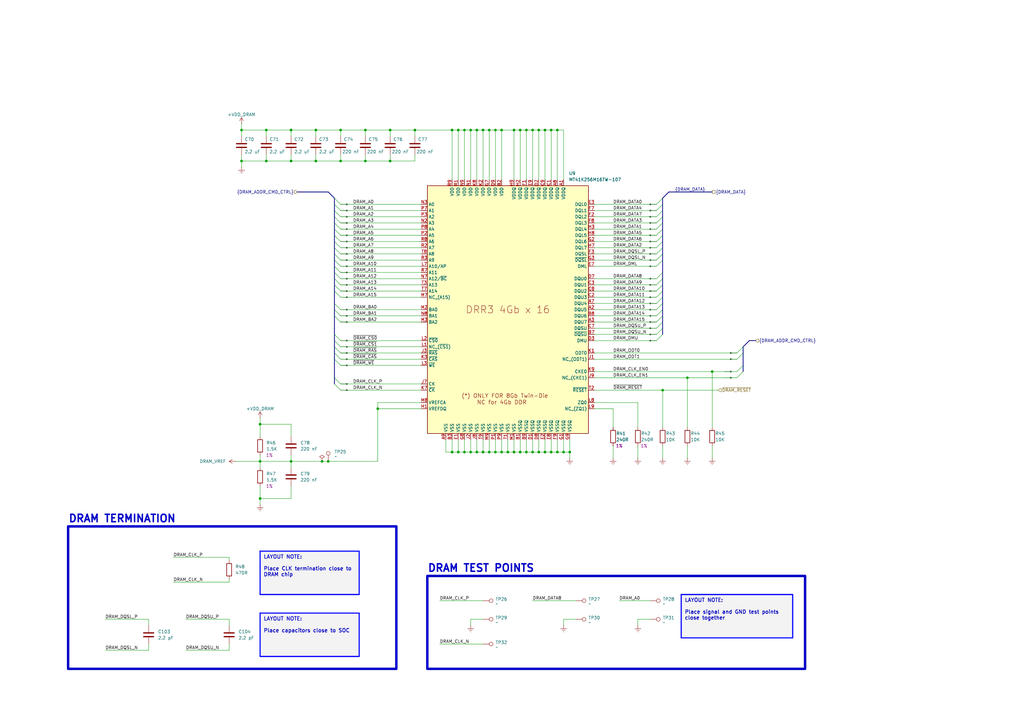
<source format=kicad_sch>
(kicad_sch (version 20250114) (generator "eeschema") (generator_version "9.0")
  (paper "A3")
  (title_block (title "i.MX6 Demo Board") (date "2026-02-16") (rev "01") (company "ts-manuel"))
  (rectangle (start 175.26 236.22) (end 330.2 274.32) (stroke (width 1)))
  (rectangle (start 27.94 215.9) (end 162.56 274.32) (stroke (width 1)))
  (text "DRAM TEST POINTS" (at 175.26 234.95 0) (effects (font (size 3.048 3.048) (bold yes)) (justify left bottom)))
  (text "DRAM TERMINATION" (at 27.94 214.63 0) (effects (font (size 3.048 3.048) (bold yes)) (justify left bottom)))
  (text_box "LAYOUT NOTE: \n\nPlace CLK termination close to DRAM chip" (at 106.68 226.06 0) (size 40.64 17.78) (margins 1.375 1.375 1.375 1.375) (stroke (width 0.5) (color 0 0 255 1)) (fill (type color) (color 243 243 243 1)) (effects (font (size 1.5 1.5) (thickness 0.254) (bold yes)) (justify left top)))
  (text_box "LAYOUT NOTE: \n\nPlace capacitors close to SOC" (at 106.68 251.46 0) (size 40.64 17.78) (margins 1.375 1.375 1.375 1.375) (stroke (width 0.5) (color 0 0 255 1)) (fill (type color) (color 243 243 243 1)) (effects (font (size 1.5 1.5) (thickness 0.254) (bold yes)) (justify left top)))
  (text_box "LAYOUT NOTE: \n\nPlace signal and GND test points close together" (at 279.4 243.84 0) (size 45.72 17.78) (margins 1.375 1.375 1.375 1.375) (stroke (width 0.5) (color 0 0 255 1)) (fill (type color) (color 243 243 243 1)) (effects (font (size 1.5 1.5) (thickness 0.254) (bold yes)) (justify left top)))
  (junction (at 271.78 160.02))
  (junction (at 228.6 53.34))
  (junction (at 129.54 66.04))
  (junction (at 139.7 53.34))
  (junction (at 190.5 185.42))
  (junction (at 210.82 185.42))
  (junction (at 119.38 53.34))
  (junction (at 292.1 152.4))
  (junction (at 185.42 185.42))
  (junction (at 134.62 189.23))
  (junction (at 160.02 53.34))
  (junction (at 193.04 185.42))
  (junction (at 205.74 185.42))
  (junction (at 198.12 53.34))
  (junction (at 200.66 53.34))
  (junction (at 213.36 53.34))
  (junction (at 106.68 189.23))
  (junction (at 203.2 53.34))
  (junction (at 160.02 66.04))
  (junction (at 226.06 53.34))
  (junction (at 213.36 185.42))
  (junction (at 226.06 185.42))
  (junction (at 187.96 53.34))
  (junction (at 109.22 66.04))
  (junction (at 139.7 66.04))
  (junction (at 223.52 185.42))
  (junction (at 220.98 185.42))
  (junction (at 185.42 53.34))
  (junction (at 205.74 53.34))
  (junction (at 198.12 185.42))
  (junction (at 99.06 53.34))
  (junction (at 281.94 154.94))
  (junction (at 106.68 173.99))
  (junction (at 187.96 185.42))
  (junction (at 210.82 53.34))
  (junction (at 233.68 185.42))
  (junction (at 203.2 185.42))
  (junction (at 218.44 53.34))
  (junction (at 215.9 185.42))
  (junction (at 129.54 53.34))
  (junction (at 193.04 53.34))
  (junction (at 170.18 53.34))
  (junction (at 109.22 53.34))
  (junction (at 99.06 66.04))
  (junction (at 228.6 185.42))
  (junction (at 195.58 185.42))
  (junction (at 190.5 53.34))
  (junction (at 231.14 185.42))
  (junction (at 154.94 167.64))
  (junction (at 119.38 66.04))
  (junction (at 223.52 53.34))
  (junction (at 220.98 53.34))
  (junction (at 215.9 53.34))
  (junction (at 200.66 185.42))
  (junction (at 218.44 185.42))
  (junction (at 132.08 189.23))
  (junction (at 119.38 189.23))
  (junction (at 195.58 53.34))
  (junction (at 106.68 204.47))
  (junction (at 208.28 185.42))
  (junction (at 149.86 53.34))
  (junction (at 149.86 66.04))
  (bus_entry (at 271.78 99.06) (size -2.54 2.54))
  (bus_entry (at 137.16 142.24) (size 2.54 2.54))
  (bus_entry (at 137.16 157.48) (size 2.54 2.54))
  (bus_entry (at 271.78 134.62) (size -2.54 2.54))
  (bus_entry (at 271.78 116.84) (size -2.54 2.54))
  (bus_entry (at 137.16 116.84) (size 2.54 2.54))
  (bus_entry (at 271.78 83.82) (size -2.54 2.54))
  (bus_entry (at 137.16 93.98) (size 2.54 2.54))
  (bus_entry (at 271.78 111.76) (size -2.54 2.54))
  (bus_entry (at 271.78 86.36) (size -2.54 2.54))
  (bus_entry (at 137.16 129.54) (size 2.54 2.54))
  (bus_entry (at 302.26 152.4) (size 2.54 -2.54))
  (bus_entry (at 271.78 127) (size -2.54 2.54))
  (bus_entry (at 137.16 124.46) (size 2.54 2.54))
  (bus_entry (at 271.78 132.08) (size -2.54 2.54))
  (bus_entry (at 137.16 86.36) (size 2.54 2.54))
  (bus_entry (at 137.16 104.14) (size 2.54 2.54))
  (bus_entry (at 137.16 109.22) (size 2.54 2.54))
  (bus_entry (at 137.16 144.78) (size 2.54 2.54))
  (bus_entry (at 271.78 119.38) (size -2.54 2.54))
  (bus_entry (at 302.26 144.78) (size 2.54 -2.54))
  (bus_entry (at 271.78 137.16) (size -2.54 2.54))
  (bus_entry (at 137.16 88.9) (size 2.54 2.54))
  (bus_entry (at 271.78 124.46) (size -2.54 2.54))
  (bus_entry (at 137.16 154.94) (size 2.54 2.54))
  (bus_entry (at 271.78 96.52) (size -2.54 2.54))
  (bus_entry (at 271.78 101.6) (size -2.54 2.54))
  (bus_entry (at 271.78 121.92) (size -2.54 2.54))
  (bus_entry (at 137.16 83.82) (size 2.54 2.54))
  (bus_entry (at 137.16 91.44) (size 2.54 2.54))
  (bus_entry (at 137.16 106.68) (size 2.54 2.54))
  (bus_entry (at 271.78 88.9) (size -2.54 2.54))
  (bus_entry (at 137.16 96.52) (size 2.54 2.54))
  (bus_entry (at 271.78 81.28) (size -2.54 2.54))
  (bus_entry (at 271.78 129.54) (size -2.54 2.54))
  (bus_entry (at 137.16 139.7) (size 2.54 2.54))
  (bus_entry (at 137.16 137.16) (size 2.54 2.54))
  (bus_entry (at 271.78 106.68) (size -2.54 2.54))
  (bus_entry (at 137.16 81.28) (size 2.54 2.54))
  (bus_entry (at 137.16 147.32) (size 2.54 2.54))
  (bus_entry (at 137.16 114.3) (size 2.54 2.54))
  (bus_entry (at 137.16 101.6) (size 2.54 2.54))
  (bus_entry (at 137.16 99.06) (size 2.54 2.54))
  (bus_entry (at 302.26 147.32) (size 2.54 -2.54))
  (bus_entry (at 137.16 119.38) (size 2.54 2.54))
  (bus_entry (at 271.78 91.44) (size -2.54 2.54))
  (bus_entry (at 137.16 111.76) (size 2.54 2.54))
  (bus_entry (at 271.78 114.3) (size -2.54 2.54))
  (bus_entry (at 271.78 93.98) (size -2.54 2.54))
  (bus_entry (at 271.78 104.14) (size -2.54 2.54))
  (bus_entry (at 137.16 127) (size 2.54 2.54))
  (bus_entry (at 302.26 154.94) (size 2.54 -2.54))
  (wire (pts (xy 203.2 53.34) (xy 203.2 73.66)))
  (wire (pts (xy 243.84 93.98) (xy 269.24 93.98)))
  (wire (pts (xy 281.94 154.94) (xy 281.94 175.26)))
  (wire (pts (xy 139.7 53.34) (xy 139.7 55.88)))
  (wire (pts (xy 187.96 53.34) (xy 187.96 73.66)))
  (wire (pts (xy 231.14 185.42) (xy 228.6 185.42)))
  (wire (pts (xy 139.7 104.14) (xy 172.72 104.14)))
  (wire (pts (xy 243.84 165.1) (xy 261.62 165.1)))
  (wire (pts (xy 119.38 191.77) (xy 119.38 189.23)))
  (wire (pts (xy 271.78 160.02) (xy 294.64 160.02)))
  (wire (pts (xy 203.2 180.34) (xy 203.2 185.42)))
  (wire (pts (xy 119.38 53.34) (xy 129.54 53.34)))
  (wire (pts (xy 213.36 180.34) (xy 213.36 185.42)))
  (wire (pts (xy 139.7 53.34) (xy 149.86 53.34)))
  (wire (pts (xy 231.14 53.34) (xy 228.6 53.34)))
  (wire (pts (xy 243.84 147.32) (xy 302.26 147.32)))
  (bus (pts (xy 271.78 88.9) (xy 271.78 91.44)))
  (wire (pts (xy 218.44 180.34) (xy 218.44 185.42)))
  (wire (pts (xy 198.12 53.34) (xy 195.58 53.34)))
  (wire (pts (xy 106.68 173.99) (xy 106.68 179.07)))
  (wire (pts (xy 243.84 86.36) (xy 269.24 86.36)))
  (bus (pts (xy 137.16 147.32) (xy 137.16 154.94)))
  (wire (pts (xy 139.7 127) (xy 172.72 127)))
  (wire (pts (xy 139.7 129.54) (xy 172.72 129.54)))
  (bus (pts (xy 137.16 96.52) (xy 137.16 99.06)))
  (wire (pts (xy 261.62 187.96) (xy 261.62 182.88)))
  (wire (pts (xy 218.44 53.34) (xy 215.9 53.34)))
  (wire (pts (xy 210.82 53.34) (xy 210.82 73.66)))
  (wire (pts (xy 149.86 53.34) (xy 149.86 55.88)))
  (bus (pts (xy 271.78 129.54) (xy 271.78 132.08)))
  (wire (pts (xy 198.12 264.16) (xy 180.34 264.16)))
  (wire (pts (xy 220.98 180.34) (xy 220.98 185.42)))
  (wire (pts (xy 226.06 53.34) (xy 226.06 73.66)))
  (wire (pts (xy 139.7 101.6) (xy 172.72 101.6)))
  (wire (pts (xy 119.38 53.34) (xy 119.38 55.88)))
  (wire (pts (xy 149.86 53.34) (xy 160.02 53.34)))
  (wire (pts (xy 251.46 187.96) (xy 251.46 182.88)))
  (wire (pts (xy 200.66 53.34) (xy 200.66 73.66)))
  (wire (pts (xy 106.68 191.77) (xy 106.68 189.23)))
  (wire (pts (xy 119.38 199.39) (xy 119.38 204.47)))
  (wire (pts (xy 129.54 66.04) (xy 139.7 66.04)))
  (wire (pts (xy 43.18 254) (xy 60.96 254)))
  (bus (pts (xy 271.78 81.28) (xy 274.32 78.74)))
  (wire (pts (xy 160.02 53.34) (xy 170.18 53.34)))
  (wire (pts (xy 99.06 66.04) (xy 109.22 66.04)))
  (wire (pts (xy 76.2 254) (xy 93.98 254)))
  (wire (pts (xy 129.54 53.34) (xy 129.54 55.88)))
  (wire (pts (xy 243.84 134.62) (xy 269.24 134.62)))
  (wire (pts (xy 193.04 254) (xy 193.04 256.54)))
  (wire (pts (xy 200.66 185.42) (xy 198.12 185.42)))
  (wire (pts (xy 205.74 53.34) (xy 205.74 73.66)))
  (wire (pts (xy 228.6 53.34) (xy 228.6 73.66)))
  (bus (pts (xy 137.16 109.22) (xy 137.16 111.76)))
  (wire (pts (xy 243.84 104.14) (xy 269.24 104.14)))
  (wire (pts (xy 223.52 185.42) (xy 220.98 185.42)))
  (wire (pts (xy 160.02 66.04) (xy 160.02 63.5)))
  (wire (pts (xy 223.52 180.34) (xy 223.52 185.42)))
  (wire (pts (xy 213.36 53.34) (xy 213.36 73.66)))
  (wire (pts (xy 139.7 93.98) (xy 172.72 93.98)))
  (bus (pts (xy 137.16 81.28) (xy 137.16 83.82)))
  (wire (pts (xy 233.68 180.34) (xy 233.68 185.42)))
  (wire (pts (xy 119.38 179.07) (xy 119.38 173.99)))
  (wire (pts (xy 210.82 185.42) (xy 208.28 185.42)))
  (bus (pts (xy 304.8 142.24) (xy 304.8 144.78)))
  (bus (pts (xy 271.78 132.08) (xy 271.78 134.62)))
  (bus (pts (xy 137.16 88.9) (xy 137.16 91.44)))
  (wire (pts (xy 93.98 254) (xy 93.98 256.54)))
  (wire (pts (xy 228.6 53.34) (xy 226.06 53.34)))
  (wire (pts (xy 172.72 165.1) (xy 154.94 165.1)))
  (wire (pts (xy 243.84 109.22) (xy 269.24 109.22)))
  (wire (pts (xy 119.38 189.23) (xy 132.08 189.23)))
  (wire (pts (xy 193.04 180.34) (xy 193.04 185.42)))
  (bus (pts (xy 271.78 104.14) (xy 271.78 106.68)))
  (bus (pts (xy 137.16 106.68) (xy 137.16 109.22)))
  (wire (pts (xy 243.84 91.44) (xy 269.24 91.44)))
  (wire (pts (xy 210.82 53.34) (xy 205.74 53.34)))
  (wire (pts (xy 119.38 63.5) (xy 119.38 66.04)))
  (bus (pts (xy 137.16 114.3) (xy 137.16 116.84)))
  (wire (pts (xy 119.38 189.23) (xy 119.38 186.69)))
  (wire (pts (xy 106.68 199.39) (xy 106.68 204.47)))
  (wire (pts (xy 231.14 254) (xy 231.14 256.54)))
  (wire (pts (xy 99.06 63.5) (xy 99.06 66.04)))
  (wire (pts (xy 154.94 167.64) (xy 154.94 189.23)))
  (wire (pts (xy 198.12 180.34) (xy 198.12 185.42)))
  (wire (pts (xy 76.2 266.7) (xy 93.98 266.7)))
  (wire (pts (xy 200.66 180.34) (xy 200.66 185.42)))
  (wire (pts (xy 200.66 53.34) (xy 198.12 53.34)))
  (wire (pts (xy 271.78 160.02) (xy 271.78 175.26)))
  (wire (pts (xy 243.84 96.52) (xy 269.24 96.52)))
  (wire (pts (xy 193.04 53.34) (xy 190.5 53.34)))
  (wire (pts (xy 106.68 189.23) (xy 106.68 186.69)))
  (wire (pts (xy 139.7 160.02) (xy 172.72 160.02)))
  (wire (pts (xy 109.22 66.04) (xy 119.38 66.04)))
  (wire (pts (xy 243.84 132.08) (xy 269.24 132.08)))
  (wire (pts (xy 243.84 127) (xy 269.24 127)))
  (bus (pts (xy 137.16 124.46) (xy 137.16 127)))
  (wire (pts (xy 187.96 185.42) (xy 185.42 185.42)))
  (wire (pts (xy 226.06 185.42) (xy 223.52 185.42)))
  (bus (pts (xy 271.78 81.28) (xy 271.78 83.82)))
  (wire (pts (xy 243.84 139.7) (xy 269.24 139.7)))
  (wire (pts (xy 139.7 114.3) (xy 172.72 114.3)))
  (wire (pts (xy 198.12 246.38) (xy 180.34 246.38)))
  (wire (pts (xy 99.06 53.34) (xy 109.22 53.34)))
  (wire (pts (xy 182.88 185.42) (xy 182.88 180.34)))
  (wire (pts (xy 210.82 180.34) (xy 210.82 185.42)))
  (wire (pts (xy 71.12 238.76) (xy 93.98 238.76)))
  (wire (pts (xy 198.12 185.42) (xy 195.58 185.42)))
  (bus (pts (xy 137.16 81.28) (xy 134.62 78.74)))
  (wire (pts (xy 220.98 53.34) (xy 218.44 53.34)))
  (wire (pts (xy 243.84 101.6) (xy 269.24 101.6)))
  (bus (pts (xy 271.78 101.6) (xy 271.78 104.14)))
  (wire (pts (xy 154.94 167.64) (xy 172.72 167.64)))
  (wire (pts (xy 119.38 173.99) (xy 106.68 173.99)))
  (wire (pts (xy 236.22 246.38) (xy 218.44 246.38)))
  (bus (pts (xy 271.78 99.06) (xy 271.78 101.6)))
  (wire (pts (xy 190.5 53.34) (xy 190.5 73.66)))
  (wire (pts (xy 195.58 180.34) (xy 195.58 185.42)))
  (bus (pts (xy 137.16 83.82) (xy 137.16 86.36)))
  (wire (pts (xy 139.7 86.36) (xy 172.72 86.36)))
  (wire (pts (xy 226.06 53.34) (xy 223.52 53.34)))
  (bus (pts (xy 137.16 93.98) (xy 137.16 96.52)))
  (wire (pts (xy 243.84 160.02) (xy 271.78 160.02)))
  (wire (pts (xy 243.84 116.84) (xy 269.24 116.84)))
  (wire (pts (xy 226.06 180.34) (xy 226.06 185.42)))
  (wire (pts (xy 139.7 96.52) (xy 172.72 96.52)))
  (bus (pts (xy 271.78 127) (xy 271.78 129.54)))
  (wire (pts (xy 170.18 53.34) (xy 170.18 55.88)))
  (wire (pts (xy 119.38 66.04) (xy 129.54 66.04)))
  (wire (pts (xy 198.12 53.34) (xy 198.12 73.66)))
  (wire (pts (xy 139.7 157.48) (xy 172.72 157.48)))
  (wire (pts (xy 139.7 116.84) (xy 172.72 116.84)))
  (bus (pts (xy 271.78 86.36) (xy 271.78 88.9)))
  (wire (pts (xy 261.62 254) (xy 266.7 254)))
  (wire (pts (xy 193.04 185.42) (xy 190.5 185.42)))
  (wire (pts (xy 203.2 185.42) (xy 200.66 185.42)))
  (wire (pts (xy 261.62 254) (xy 261.62 256.54)))
  (wire (pts (xy 160.02 66.04) (xy 170.18 66.04)))
  (wire (pts (xy 139.7 119.38) (xy 172.72 119.38)))
  (wire (pts (xy 292.1 187.96) (xy 292.1 182.88)))
  (bus (pts (xy 271.78 116.84) (xy 271.78 119.38)))
  (bus (pts (xy 304.8 142.24) (xy 307.34 139.7)))
  (bus (pts (xy 137.16 127) (xy 137.16 129.54)))
  (wire (pts (xy 139.7 144.78) (xy 172.72 144.78)))
  (wire (pts (xy 223.52 53.34) (xy 220.98 53.34)))
  (bus (pts (xy 271.78 93.98) (xy 271.78 96.52)))
  (wire (pts (xy 251.46 167.64) (xy 251.46 175.26)))
  (wire (pts (xy 170.18 53.34) (xy 185.42 53.34)))
  (wire (pts (xy 243.84 114.3) (xy 269.24 114.3)))
  (wire (pts (xy 170.18 63.5) (xy 170.18 66.04)))
  (wire (pts (xy 243.84 119.38) (xy 269.24 119.38)))
  (bus (pts (xy 137.16 144.78) (xy 137.16 147.32)))
  (wire (pts (xy 292.1 152.4) (xy 302.26 152.4)))
  (wire (pts (xy 154.94 189.23) (xy 134.62 189.23)))
  (wire (pts (xy 228.6 185.42) (xy 226.06 185.42)))
  (bus (pts (xy 271.78 111.76) (xy 271.78 114.3)))
  (bus (pts (xy 137.16 137.16) (xy 137.16 139.7)))
  (wire (pts (xy 205.74 180.34) (xy 205.74 185.42)))
  (wire (pts (xy 271.78 187.96) (xy 271.78 182.88)))
  (wire (pts (xy 261.62 165.1) (xy 261.62 175.26)))
  (wire (pts (xy 139.7 91.44) (xy 172.72 91.44)))
  (wire (pts (xy 185.42 53.34) (xy 185.42 73.66)))
  (bus (pts (xy 274.32 78.74) (xy 292.1 78.74)))
  (wire (pts (xy 231.14 73.66) (xy 231.14 53.34)))
  (wire (pts (xy 193.04 254) (xy 198.12 254)))
  (bus (pts (xy 137.16 91.44) (xy 137.16 93.98)))
  (bus (pts (xy 304.8 149.86) (xy 304.8 152.4)))
  (wire (pts (xy 106.68 173.99) (xy 106.68 171.45)))
  (bus (pts (xy 137.16 129.54) (xy 137.16 137.16)))
  (wire (pts (xy 223.52 53.34) (xy 223.52 73.66)))
  (wire (pts (xy 193.04 53.34) (xy 193.04 73.66)))
  (wire (pts (xy 251.46 167.64) (xy 243.84 167.64)))
  (wire (pts (xy 243.84 129.54) (xy 269.24 129.54)))
  (wire (pts (xy 154.94 165.1) (xy 154.94 167.64)))
  (bus (pts (xy 304.8 144.78) (xy 304.8 149.86)))
  (wire (pts (xy 281.94 154.94) (xy 302.26 154.94)))
  (wire (pts (xy 208.28 185.42) (xy 205.74 185.42)))
  (wire (pts (xy 231.14 254) (xy 236.22 254)))
  (wire (pts (xy 243.84 137.16) (xy 269.24 137.16)))
  (wire (pts (xy 266.7 246.38) (xy 254 246.38)))
  (wire (pts (xy 203.2 53.34) (xy 200.66 53.34)))
  (bus (pts (xy 271.78 134.62) (xy 271.78 137.16)))
  (wire (pts (xy 139.7 132.08) (xy 172.72 132.08)))
  (wire (pts (xy 292.1 152.4) (xy 292.1 175.26)))
  (wire (pts (xy 60.96 264.16) (xy 60.96 266.7)))
  (wire (pts (xy 139.7 99.06) (xy 172.72 99.06)))
  (wire (pts (xy 71.12 228.6) (xy 93.98 228.6)))
  (bus (pts (xy 137.16 116.84) (xy 137.16 119.38)))
  (wire (pts (xy 243.84 121.92) (xy 269.24 121.92)))
  (wire (pts (xy 93.98 264.16) (xy 93.98 266.7)))
  (wire (pts (xy 109.22 53.34) (xy 109.22 55.88)))
  (bus (pts (xy 137.16 142.24) (xy 137.16 144.78)))
  (wire (pts (xy 220.98 53.34) (xy 220.98 73.66)))
  (bus (pts (xy 137.16 157.48) (xy 137.16 154.94)))
  (wire (pts (xy 233.68 187.96) (xy 233.68 185.42)))
  (wire (pts (xy 139.7 111.76) (xy 172.72 111.76)))
  (bus (pts (xy 121.92 78.74) (xy 134.62 78.74)))
  (bus (pts (xy 137.16 86.36) (xy 137.16 88.9)))
  (wire (pts (xy 220.98 185.42) (xy 218.44 185.42)))
  (wire (pts (xy 205.74 53.34) (xy 203.2 53.34)))
  (bus (pts (xy 137.16 111.76) (xy 137.16 114.3)))
  (wire (pts (xy 190.5 53.34) (xy 187.96 53.34)))
  (wire (pts (xy 213.36 53.34) (xy 210.82 53.34)))
  (wire (pts (xy 119.38 189.23) (xy 106.68 189.23)))
  (wire (pts (xy 99.06 66.04) (xy 99.06 68.58)))
  (wire (pts (xy 149.86 66.04) (xy 139.7 66.04)))
  (wire (pts (xy 129.54 63.5) (xy 129.54 66.04)))
  (wire (pts (xy 109.22 53.34) (xy 119.38 53.34)))
  (wire (pts (xy 129.54 53.34) (xy 139.7 53.34)))
  (wire (pts (xy 190.5 180.34) (xy 190.5 185.42)))
  (wire (pts (xy 243.84 99.06) (xy 269.24 99.06)))
  (wire (pts (xy 243.84 144.78) (xy 302.26 144.78)))
  (wire (pts (xy 215.9 53.34) (xy 213.36 53.34)))
  (wire (pts (xy 195.58 53.34) (xy 195.58 73.66)))
  (wire (pts (xy 139.7 147.32) (xy 172.72 147.32)))
  (bus (pts (xy 137.16 104.14) (xy 137.16 106.68)))
  (wire (pts (xy 190.5 185.42) (xy 187.96 185.42)))
  (wire (pts (xy 187.96 180.34) (xy 187.96 185.42)))
  (wire (pts (xy 215.9 180.34) (xy 215.9 185.42)))
  (bus (pts (xy 307.34 139.7) (xy 309.88 139.7)))
  (wire (pts (xy 132.08 189.23) (xy 134.62 189.23)))
  (wire (pts (xy 160.02 53.34) (xy 160.02 55.88)))
  (wire (pts (xy 139.7 149.86) (xy 172.72 149.86)))
  (wire (pts (xy 243.84 106.68) (xy 269.24 106.68)))
  (wire (pts (xy 208.28 180.34) (xy 208.28 185.42)))
  (wire (pts (xy 139.7 66.04) (xy 139.7 63.5)))
  (wire (pts (xy 93.98 228.6) (xy 93.98 229.87)))
  (wire (pts (xy 119.38 204.47) (xy 106.68 204.47)))
  (wire (pts (xy 218.44 185.42) (xy 215.9 185.42)))
  (wire (pts (xy 139.7 109.22) (xy 172.72 109.22)))
  (bus (pts (xy 137.16 99.06) (xy 137.16 101.6)))
  (wire (pts (xy 195.58 53.34) (xy 193.04 53.34)))
  (wire (pts (xy 215.9 53.34) (xy 215.9 73.66)))
  (wire (pts (xy 99.06 50.8) (xy 99.06 53.34)))
  (wire (pts (xy 281.94 154.94) (xy 243.84 154.94)))
  (wire (pts (xy 43.18 266.7) (xy 60.96 266.7)))
  (wire (pts (xy 160.02 66.04) (xy 149.86 66.04)))
  (wire (pts (xy 185.42 185.42) (xy 182.88 185.42)))
  (wire (pts (xy 139.7 106.68) (xy 172.72 106.68)))
  (wire (pts (xy 218.44 53.34) (xy 218.44 73.66)))
  (bus (pts (xy 271.78 96.52) (xy 271.78 99.06)))
  (bus (pts (xy 271.78 119.38) (xy 271.78 121.92)))
  (wire (pts (xy 139.7 142.24) (xy 172.72 142.24)))
  (wire (pts (xy 139.7 139.7) (xy 172.72 139.7)))
  (bus (pts (xy 271.78 121.92) (xy 271.78 124.46)))
  (wire (pts (xy 292.1 152.4) (xy 243.84 152.4)))
  (wire (pts (xy 139.7 83.82) (xy 172.72 83.82)))
  (wire (pts (xy 106.68 189.23) (xy 96.52 189.23)))
  (wire (pts (xy 149.86 66.04) (xy 149.86 63.5)))
  (wire (pts (xy 93.98 237.49) (xy 93.98 238.76)))
  (wire (pts (xy 228.6 180.34) (xy 228.6 185.42)))
  (wire (pts (xy 139.7 121.92) (xy 172.72 121.92)))
  (wire (pts (xy 205.74 185.42) (xy 203.2 185.42)))
  (bus (pts (xy 271.78 106.68) (xy 271.78 111.76)))
  (wire (pts (xy 243.84 83.82) (xy 269.24 83.82)))
  (wire (pts (xy 139.7 88.9) (xy 172.72 88.9)))
  (wire (pts (xy 213.36 185.42) (xy 210.82 185.42)))
  (wire (pts (xy 243.84 88.9) (xy 269.24 88.9)))
  (bus (pts (xy 137.16 139.7) (xy 137.16 142.24)))
  (wire (pts (xy 233.68 185.42) (xy 231.14 185.42)))
  (wire (pts (xy 187.96 53.34) (xy 185.42 53.34)))
  (wire (pts (xy 99.06 53.34) (xy 99.06 55.88)))
  (wire (pts (xy 215.9 185.42) (xy 213.36 185.42)))
  (wire (pts (xy 60.96 254) (xy 60.96 256.54)))
  (wire (pts (xy 195.58 185.42) (xy 193.04 185.42)))
  (wire (pts (xy 281.94 187.96) (xy 281.94 182.88)))
  (bus (pts (xy 137.16 101.6) (xy 137.16 104.14)))
  (bus (pts (xy 271.78 114.3) (xy 271.78 116.84)))
  (bus (pts (xy 137.16 119.38) (xy 137.16 124.46)))
  (wire (pts (xy 109.22 63.5) (xy 109.22 66.04)))
  (wire (pts (xy 231.14 180.34) (xy 231.14 185.42)))
  (wire (pts (xy 185.42 180.34) (xy 185.42 185.42)))
  (wire (pts (xy 106.68 207.01) (xy 106.68 204.47)))
  (wire (pts (xy 243.84 124.46) (xy 269.24 124.46)))
  (bus (pts (xy 271.78 83.82) (xy 271.78 86.36)))
  (bus (pts (xy 271.78 91.44) (xy 271.78 93.98)))
  (bus (pts (xy 271.78 124.46) (xy 271.78 127)))
  (label "DRAM_A7" (at 144.78 101.6 0))
  (label "DRAM_CLK_N" (at 71.12 238.76 0))
  (label "DRAM_A0" (at 254 246.38 0))
  (label "DRAM_DATA2" (at 251.46 101.6 0))
  (label "DRAM_A12" (at 144.78 114.3 0))
  (label "DRAM_DATA6" (at 251.46 99.06 0))
  (label "DRAM_DATA0" (at 251.46 83.82 0))
  (label "DRAM_DATA8" (at 251.46 114.3 0))
  (label "DRAM_DATA9" (at 251.46 116.84 0))
  (label "DRAM_DML" (at 251.46 109.22 0))
  (label "DRAM_DQSU_P" (at 251.46 134.62 0))
  (label "DRAM_A0" (at 144.78 83.82 0))
  (label "DRAM_CLK_N" (at 180.34 264.16 0))
  (label "DRAM_A5" (at 144.78 96.52 0))
  (label "DRAM_DATA5" (at 251.46 96.52 0))
  (label "DRAM_DMU" (at 251.46 139.7 0))
  (label "DRAM_ODT0" (at 251.46 144.78 0))
  (label "DRAM_DATA13" (at 251.46 127 0))
  (label "DRAM_A10" (at 144.78 109.22 0))
  (label "DRAM_A1" (at 144.78 86.36 0))
  (label "DRAM_CLK_P" (at 180.34 246.38 0))
  (label "DRAM_A4" (at 144.78 93.98 0))
  (label "DRAM_DATA3" (at 251.46 91.44 0))
  (label "DRAM_CLK_EN0" (at 251.46 152.4 0))
  (label "DRAM_DATA15" (at 251.46 132.08 0))
  (label "DRAM_DQSL_N" (at 251.46 106.68 0))
  (label "DRAM_DQSU_P" (at 76.2 254 0))
  (label "DRAM_CLK_P" (at 71.12 228.6 0))
  (label "DRAM_CLK_EN1" (at 251.46 154.94 0))
  (label "DRAM_A3" (at 144.78 91.44 0))
  (label "~{DRAM_RAS}" (at 144.78 144.78 0))
  (label "DRAM_BA2" (at 144.78 132.08 0))
  (label "DRAM_DATA1" (at 251.46 93.98 0))
  (label "~{DRAM_RESET}" (at 251.46 160.02 0))
  (label "DRAM_DQSU_N" (at 76.2 266.7 0))
  (label "DRAM_CLK_N" (at 144.78 160.02 0))
  (label "DRAM_DQSL_P" (at 43.18 254 0))
  (label "DRAM_A8" (at 144.78 104.14 0))
  (label "DRAM_A11" (at 144.78 111.76 0))
  (label "DRAM_DQSU_N" (at 251.46 137.16 0))
  (label "DRAM_DATA11" (at 251.46 121.92 0))
  (label "DRAM_CLK_P" (at 144.78 157.48 0))
  (label "DRAM_A14" (at 144.78 119.38 0))
  (label "DRAM_A13" (at 144.78 116.84 0))
  (label "DRAM_DATA12" (at 251.46 124.46 0))
  (label "DRAM_DATA4" (at 251.46 86.36 0))
  (label "DRAM_BA0" (at 144.78 127 0))
  (label "~{DRAM_CAS}" (at 144.78 147.32 0))
  (label "DRAM_A2" (at 144.78 88.9 0))
  (label "DRAM_DQSL_N" (at 43.18 266.7 0))
  (label "DRAM_BA1" (at 144.78 129.54 0))
  (label "DRAM_A6" (at 144.78 99.06 0))
  (label "DRAM_DQSL_P" (at 251.46 104.14 0))
  (label "~{DRAM_CS1}" (at 144.78 142.24 0))
  (label "DRAM_DATA7" (at 251.46 88.9 0))
  (label "DRAM_A15" (at 144.78 121.92 0))
  (label "~{DRAM_WE}" (at 144.78 149.86 0))
  (label "DRAM_DATA14" (at 251.46 129.54 0))
  (label "{DRAM_DATA}" (at 276.86 78.74 0))
  (label "DRAM_DATA8" (at 218.44 246.38 0))
  (label "DRAM_A9" (at 144.78 106.68 0))
  (label "DRAM_ODT1" (at 251.46 147.32 0))
  (label "DRAM_DATA10" (at 251.46 119.38 0))
  (label "~{DRAM_CS0}" (at 144.78 139.7 0))
  (hierarchical_label "{DRAM_DATA}" (shape passive) (at 292.1 78.74 0))
  (hierarchical_label "~{DRAM_RESET}" (shape input) (at 294.64 160.02 0))
  (hierarchical_label "{DRAM_ADDR_CMD_CTRL}" (shape input) (at 309.88 139.7 0))
  (hierarchical_label "{DRAM_ADDR_CMD_CTRL}" (shape input) (at 121.92 78.74 180))
  (netclass_flag "" (length 2.54) (shape dot) (at 269.24 129.54 90) (property "Netclass" "DRAM_BANK1" (effects (hide yes))))
  (netclass_flag "" (length 2.54) (shape dot) (at 269.24 101.6 90) (property "Netclass" "DRAM_BANK0" (effects (hide yes))))
  (netclass_flag "" (length 2.54) (shape dot) (at 139.7 119.38 270) (property "Netclass" "DRAM_ADDR_CMD_CTRL" (effects (hide yes))))
  (netclass_flag "" (length 2.54) (shape dot) (at 139.7 157.48 270) (property "Netclass" "DRAM_ADDR_CMD_CTRL" (effects (hide yes))))
  (netclass_flag "" (length 2.54) (shape dot) (at 297.18 152.4 270) (property "Netclass" "DRAM_ADDR_CMD_CTRL" (effects (hide yes))))
  (netclass_flag "" (length 2.54) (shape dot) (at 269.24 93.98 90) (property "Netclass" "DRAM_BANK0" (effects (hide yes))))
  (netclass_flag "" (length 2.54) (shape dot) (at 269.24 121.92 90) (property "Netclass" "DRAM_BANK1" (effects (hide yes))))
  (netclass_flag "" (length 2.54) (shape dot) (at 139.7 96.52 270) (property "Netclass" "DRAM_ADDR_CMD_CTRL" (effects (hide yes))))
  (netclass_flag "" (length 2.54) (shape dot) (at 139.7 160.02 270) (property "Netclass" "DRAM_ADDR_CMD_CTRL" (effects (hide yes))))
  (netclass_flag "" (length 2.54) (shape dot) (at 139.7 142.24 270) (property "Netclass" "DRAM_ADDR_CMD_CTRL" (effects (hide yes))))
  (netclass_flag "" (length 2.54) (shape dot) (at 139.7 139.7 270) (property "Netclass" "DRAM_ADDR_CMD_CTRL" (effects (hide yes))))
  (netclass_flag "" (length 2.54) (shape dot) (at 269.24 137.16 90) (property "Netclass" "DRAM_BANK1" (effects (hide yes))))
  (netclass_flag "" (length 2.54) (shape dot) (at 139.7 116.84 270) (property "Netclass" "DRAM_ADDR_CMD_CTRL" (effects (hide yes))))
  (netclass_flag "" (length 2.54) (shape dot) (at 269.24 86.36 90) (property "Netclass" "DRAM_BANK0" (effects (hide yes))))
  (netclass_flag "" (length 2.54) (shape dot) (at 139.7 121.92 270) (property "Netclass" "DRAM_ADDR_CMD_CTRL" (effects (hide yes))))
  (netclass_flag "" (length 2.54) (shape dot) (at 139.7 132.08 270) (property "Netclass" "DRAM_ADDR_CMD_CTRL" (effects (hide yes))))
  (netclass_flag "" (length 2.54) (shape dot) (at 302.26 147.32 90) (property "Netclass" "DRAM_ADDR_CMD_CTRL" (effects (hide yes))))
  (netclass_flag "" (length 2.54) (shape dot) (at 269.24 127 90) (property "Netclass" "DRAM_BANK1" (effects (hide yes))))
  (netclass_flag "" (length 2.54) (shape dot) (at 269.24 83.82 90) (property "Netclass" "DRAM_BANK0" (effects (hide yes))))
  (netclass_flag "" (length 2.54) (shape dot) (at 269.24 91.44 90) (property "Netclass" "DRAM_BANK0" (effects (hide yes))))
  (netclass_flag "" (length 2.54) (shape dot) (at 139.7 106.68 270) (property "Netclass" "DRAM_ADDR_CMD_CTRL" (effects (hide yes))))
  (netclass_flag "" (length 2.54) (shape dot) (at 269.24 109.22 90) (property "Netclass" "DRAM_BANK0" (effects (hide yes))))
  (netclass_flag "" (length 2.54) (shape dot) (at 302.26 144.78 90) (property "Netclass" "DRAM_ADDR_CMD_CTRL" (effects (hide yes))))
  (netclass_flag "" (length 2.54) (shape dot) (at 139.7 127 270) (property "Netclass" "DRAM_ADDR_CMD_CTRL" (effects (hide yes))))
  (netclass_flag "" (length 2.54) (shape dot) (at 139.7 99.06 270) (property "Netclass" "DRAM_ADDR_CMD_CTRL" (effects (hide yes))))
  (netclass_flag "" (length 2.54) (shape dot) (at 139.7 93.98 270) (property "Netclass" "DRAM_ADDR_CMD_CTRL" (effects (hide yes))))
  (netclass_flag "" (length 2.54) (shape dot) (at 269.24 119.38 90) (property "Netclass" "DRAM_BANK1" (effects (hide yes))))
  (netclass_flag "" (length 2.54) (shape dot) (at 269.24 134.62 90) (property "Netclass" "DRAM_BANK1" (effects (hide yes))))
  (netclass_flag "" (length 2.54) (shape dot) (at 269.24 88.9 90) (property "Netclass" "DRAM_BANK0" (effects (hide yes))))
  (netclass_flag "" (length 2.54) (shape dot) (at 269.24 96.52 90) (property "Netclass" "DRAM_BANK0" (effects (hide yes))))
  (netclass_flag "" (length 2.54) (shape dot) (at 269.24 132.08 90) (property "Netclass" "DRAM_BANK1" (effects (hide yes))))
  (netclass_flag "" (length 2.54) (shape dot) (at 139.7 129.54 270) (property "Netclass" "DRAM_ADDR_CMD_CTRL" (effects (hide yes))))
  (netclass_flag "" (length 2.54) (shape dot) (at 139.7 109.22 270) (property "Netclass" "DRAM_ADDR_CMD_CTRL" (effects (hide yes))))
  (netclass_flag "" (length 2.54) (shape dot) (at 139.7 104.14 270) (property "Netclass" "DRAM_ADDR_CMD_CTRL" (effects (hide yes))))
  (netclass_flag "" (length 2.54) (shape dot) (at 139.7 147.32 270) (property "Netclass" "DRAM_ADDR_CMD_CTRL" (effects (hide yes))))
  (netclass_flag "" (length 2.54) (shape dot) (at 139.7 86.36 270) (property "Netclass" "DRAM_ADDR_CMD_CTRL" (effects (hide yes))))
  (netclass_flag "" (length 2.54) (shape dot) (at 139.7 149.86 270) (property "Netclass" "DRAM_ADDR_CMD_CTRL" (effects (hide yes))))
  (netclass_flag "" (length 2.54) (shape dot) (at 269.24 114.3 90) (property "Netclass" "DRAM_BANK1" (effects (hide yes))))
  (netclass_flag "" (length 2.54) (shape dot) (at 139.7 101.6 270) (property "Netclass" "DRAM_ADDR_CMD_CTRL" (effects (hide yes))))
  (netclass_flag "" (length 2.54) (shape dot) (at 139.7 91.44 270) (property "Netclass" "DRAM_ADDR_CMD_CTRL" (effects (hide yes))))
  (netclass_flag "" (length 2.54) (shape dot) (at 139.7 144.78 270) (property "Netclass" "DRAM_ADDR_CMD_CTRL" (effects (hide yes))))
  (netclass_flag "" (length 2.54) (shape dot) (at 139.7 114.3 270) (property "Netclass" "DRAM_ADDR_CMD_CTRL" (effects (hide yes))))
  (netclass_flag "" (length 2.54) (shape dot) (at 139.7 88.9 270) (property "Netclass" "DRAM_ADDR_CMD_CTRL" (effects (hide yes))))
  (netclass_flag "" (length 2.54) (shape dot) (at 269.24 106.68 90) (property "Netclass" "DRAM_BANK0" (effects (hide yes))))
  (netclass_flag "" (length 2.54) (shape dot) (at 139.7 111.76 270) (property "Netclass" "DRAM_ADDR_CMD_CTRL" (effects (hide yes))))
  (netclass_flag "" (length 2.54) (shape dot) (at 139.7 83.82 270) (property "Netclass" "DRAM_ADDR_CMD_CTRL" (effects (hide yes))))
  (netclass_flag "" (length 2.54) (shape dot) (at 269.24 139.7 90) (property "Netclass" "DRAM_BANK1" (effects (hide yes))))
  (netclass_flag "" (length 2.54) (shape dot) (at 269.24 124.46 90) (property "Netclass" "DRAM_BANK1" (effects (hide yes))))
  (netclass_flag "" (length 2.54) (shape dot) (at 269.24 116.84 90) (property "Netclass" "DRAM_BANK1" (effects (hide yes))))
  (netclass_flag "" (length 2.54) (shape dot) (at 297.18 154.94 270) (property "Netclass" "DRAM_ADDR_CMD_CTRL" (effects (hide yes))))
  (netclass_flag "" (length 2.54) (shape dot) (at 269.24 99.06 90) (property "Netclass" "DRAM_BANK0" (effects (hide yes))))
  (netclass_flag "" (length 2.54) (shape dot) (at 269.24 104.14 90) (property "Netclass" "DRAM_BANK0" (effects (hide yes))))
  (symbol (lib_id "-- database:Resistors/RES-SMD-0402-10K-1/16W-1%") (at 292.1 179.07 0) (unit 1)
    (property "Reference" "R45" (at 293.37 177.8 0) (effects (justify left)))
    (property "Value" "10K" (at 293.37 180.34 0) (effects (justify left)))
    (property "Footprint" "ts_Passives:RES-0402" (effects (hide yes)))
    (property "Description" "Thick Film Resistor - SMD 0402 10K 1% 1/16W" (effects (hide yes)))
    (property "Tollerance" "1%" (effects (hide yes)))
    (property "Power" "1/16W" (effects (hide yes)))
    (property "Manufacturer" "Generic" (effects (hide yes)))
    (property "Mouser" "303-0402WGF1002TCE" (effects (hide yes)))
    (property "LCSC" "C25744" (effects (hide yes)))
    (property "Stock" "0" (effects (hide yes)))
  )
  (symbol (lib_id "-- database:Capacitors/CAP_0603-2.2u-16V-X5R-10%") (at 119.38 59.69 0) (unit 1)
    (property "Reference" "C72" (at 120.65 57.15 0) (effects (justify left)))
    (property "Value" "2.2 uF" (at 120.65 62.23 0) (effects (justify left)))
    (property "Footprint" "ts_Passives:CAP-0603" (effects (hide yes)))
    (property "Description" "MLCC - SMD 0603 2.2uF 16V X5R 10%" (effects (hide yes)))
    (property "Voltage" "16 V" (effects (hide yes)))
    (property "Dielectric" "X5R" (effects (hide yes)))
    (property "Tollerance" "10 %" (effects (hide yes)))
    (property "Manufacturer" "Generic" (effects (hide yes)))
    (property "Mouser" "187-CL21A225KBQNNNE" (effects (hide yes)))
    (property "LCSC" "C23630" (effects (hide yes)))
    (property "Stock" "0" (effects (hide yes)))
  )
  (symbol (lib_id "-- database:Capacitors/CAP_0402-220n-16V-X7R-10%") (at 170.18 59.69 0) (unit 1)
    (property "Reference" "C77" (at 171.45 57.15 0) (effects (justify left)))
    (property "Value" "220 nF" (at 170.815 62.23 0) (effects (justify left)))
    (property "Footprint" "ts_Passives:CAP-0402" (effects (hide yes)))
    (property "Description" "MLCC - SMD 0402 220nF 16V X7R 10%" (effects (hide yes)))
    (property "Voltage" "16 V" (effects (hide yes)))
    (property "Dielectric" "X7R" (effects (hide yes)))
    (property "Tollerance" "10 %" (effects (hide yes)))
    (property "Manufacturer" "Generic" (effects (hide yes)))
    (property "LCSC" "C192432" (effects (hide yes)))
  )
  (symbol (lib_id "-- database:Resistors/RES-SMD-0402-1K5-1/16W-1%") (at 106.68 195.58 0) (unit 1)
    (property "Reference" "R47" (at 109.22 194.3099 0) (effects (justify left)))
    (property "Value" "1.5K" (at 109.22 196.8499 0) (effects (justify left)))
    (property "Footprint" "ts_Passives:RES-0402" (effects (hide yes)))
    (property "Description" "Thick Film Resistor - SMD 0402 1K 1% 1/16W" (effects (hide yes)))
    (property "Tollerance" "1%" (at 110.49 199.39 0))
    (property "Power" "1/16W" (effects (hide yes)))
    (property "Manufacturer" "Generic" (effects (hide yes)))
    (property "Mouser" "303-0402WGF1501TCE" (effects (hide yes)))
    (property "LCSC" "C25867" (effects (hide yes)))
    (property "Stock" "0" (effects (hide yes)))
  )
  (symbol (lib_id "-- database:Generic/TP_ROUND-1PAD") (at 266.7 254 270) (unit 1) (in_bom no)
    (property "Reference" "TP31" (at 271.78 253.3649 90) (effects (justify left)))
    (property "Value" "~" (at 271.78 255.27 90) (effects (justify left)))
    (property "Footprint" "ts_Mechanical:TestPoint_Pad_D0.5mm" (effects (hide yes)))
    (property "Description" "Test Point Round" (effects (hide yes)))
  )
  (symbol (lib_id "-- database:Resistors/RES-SMD-0402-240R-1/16W-1%") (at 261.62 179.07 0) (unit 1)
    (property "Reference" "R42" (at 262.89 177.8 0) (effects (justify left)))
    (property "Value" "240R" (at 262.89 180.34 0) (effects (justify left)))
    (property "Footprint" "ts_Passives:RES-0402" (effects (hide yes)))
    (property "Description" "Thick Film Resistor - SMD 0402 240R 1% 1/16W" (effects (hide yes)))
    (property "Tollerance" "1%" (at 264.16 182.88 0))
    (property "Power" "1/16W" (effects (hide yes)))
    (property "Manufacturer" "Generic" (effects (hide yes)))
    (property "Mouser" "303-0402WGF2400TCE" (effects (hide yes)))
    (property "LCSC" "C25094" (effects (hide yes)))
    (property "Stock" "0" (effects (hide yes)))
  )
  (symbol (lib_id "power:GNDREF") (at 261.62 187.96 0) (unit 1)
    (property "Reference" "#PWR0122" (effects (hide yes)))
    (property "Value" "GNDREF" (effects (hide yes)))
    (property "Description" "Power symbol creates a global label with name \"GNDREF\" , reference supply ground" (effects (hide yes)))
  )
  (symbol (lib_id "-- database:Resistors/RES-SMD-0402-1K5-1/16W-1%") (at 106.68 182.88 0) (unit 1)
    (property "Reference" "R46" (at 109.22 181.6099 0) (effects (justify left)))
    (property "Value" "1.5K" (at 109.22 184.1499 0) (effects (justify left)))
    (property "Footprint" "ts_Passives:RES-0402" (effects (hide yes)))
    (property "Description" "Thick Film Resistor - SMD 0402 1K 1% 1/16W" (effects (hide yes)))
    (property "Tollerance" "1%" (at 110.49 186.69 0))
    (property "Power" "1/16W" (effects (hide yes)))
    (property "Manufacturer" "Generic" (effects (hide yes)))
    (property "Mouser" "303-0402WGF1501TCE" (effects (hide yes)))
    (property "LCSC" "C25867" (effects (hide yes)))
    (property "Stock" "0" (effects (hide yes)))
  )
  (symbol (lib_id "-- database:Capacitors/CAP_0402-220n-16V-X7R-10%") (at 160.02 59.69 0) (unit 1)
    (property "Reference" "C76" (at 161.29 57.15 0) (effects (justify left)))
    (property "Value" "220 nF" (at 160.655 62.23 0) (effects (justify left)))
    (property "Footprint" "ts_Passives:CAP-0402" (effects (hide yes)))
    (property "Description" "MLCC - SMD 0402 220nF 16V X7R 10%" (effects (hide yes)))
    (property "Voltage" "16 V" (effects (hide yes)))
    (property "Dielectric" "X7R" (effects (hide yes)))
    (property "Tollerance" "10 %" (effects (hide yes)))
    (property "Manufacturer" "Generic" (effects (hide yes)))
    (property "LCSC" "C192432" (effects (hide yes)))
  )
  (symbol (lib_id "power:GNDREF") (at 231.14 256.54 0) (unit 1)
    (property "Reference" "#PWR0129" (effects (hide yes)))
    (property "Value" "GNDREF" (effects (hide yes)))
    (property "Description" "Power symbol creates a global label with name \"GNDREF\" , reference supply ground" (effects (hide yes)))
  )
  (symbol (lib_id "-- database:Resistors/RES-SMD-0402-470R-1/16W-1%") (at 93.98 233.68 0) (unit 1)
    (property "Reference" "R48" (at 96.52 232.4099 0) (effects (justify left)))
    (property "Value" "470R" (at 96.52 234.9499 0) (effects (justify left)))
    (property "Footprint" "ts_Passives:RES-0402" (effects (hide yes)))
    (property "Description" "Thick Film Resistor - SMD 0402 470R 1% 1/16W" (effects (hide yes)))
    (property "Tollerance" "1%" (effects (hide yes)))
    (property "Power" "1/16W" (effects (hide yes)))
    (property "Manufacturer" "Generic" (effects (hide yes)))
    (property "Mouser" "303-0402WGF4700TCE" (effects (hide yes)))
    (property "LCSC" "C25117" (effects (hide yes)))
    (property "Stock" "0" (effects (hide yes)))
  )
  (symbol (lib_id "power:GNDREF") (at 261.62 256.54 0) (unit 1)
    (property "Reference" "#PWR0130" (effects (hide yes)))
    (property "Value" "GNDREF" (effects (hide yes)))
    (property "Description" "Power symbol creates a global label with name \"GNDREF\" , reference supply ground" (effects (hide yes)))
  )
  (symbol (lib_id "power:+9VA") (at 96.52 189.23 90) (unit 1)
    (property "Reference" "#PWR0126" (effects (hide yes)))
    (property "Value" "DRAM_VREF" (at 92.71 189.2299 90) (effects (justify left)))
    (property "Description" "Power symbol creates a global label with name \"+9VA\"" (effects (hide yes)))
  )
  (symbol (lib_id "power:GNDREF") (at 233.68 187.96 0) (unit 1)
    (property "Reference" "#PWR0120" (effects (hide yes)))
    (property "Value" "GNDREF" (effects (hide yes)))
    (property "Description" "Power symbol creates a global label with name \"GNDREF\" , reference supply ground" (effects (hide yes)))
  )
  (symbol (lib_id "power:GNDREF") (at 281.94 187.96 0) (unit 1)
    (property "Reference" "#PWR0124" (effects (hide yes)))
    (property "Value" "GNDREF" (effects (hide yes)))
    (property "Description" "Power symbol creates a global label with name \"GNDREF\" , reference supply ground" (effects (hide yes)))
  )
  (symbol (lib_id "-- database:Integrated/INT-MT41K256M16TW-107") (at 175.26 76.2 0) (unit 1)
    (property "Reference" "U9" (at 233.3341 71.12 0) (effects (justify left)))
    (property "Value" "MT41K256M16TW-107" (at 233.3341 73.66 0) (effects (justify left)))
    (property "Footprint" "ts_Integrated:BGA-96P08L9X16_8.0X14.0mm_Ball0.45_Pad0.40mm" (effects (hide yes)))
    (property "Datasheet" "https://www.mouser.it/datasheet/2/671/4Gb_DDR3L-1283964.pdf" (effects (hide yes)))
    (property "Description" "BGA96 - DDR3L SDRAM 4Gb x 16" (effects (hide yes)))
    (property "LCSC" "C367428" (effects (hide yes)))
    (property "Mouser" "MT41K256M16TW-107:P TR" (effects (hide yes)))
    (property "Manufacturer" "Micron Tech" (effects (hide yes)))
    (property "MPN" "MT41K256M16TW-107" (effects (hide yes)))
    (property "Stock" "0" (effects (hide yes)))
  )
  (symbol (lib_id "power:+9VA") (at 106.68 171.45 0) (unit 1)
    (property "Reference" "#PWR0119" (effects (hide yes)))
    (property "Value" "+VDD_DRAM" (at 106.68 167.64 0))
    (property "Description" "Power symbol creates a global label with name \"+9VA\"" (effects (hide yes)))
  )
  (symbol (lib_id "-- database:Generic/TP_ROUND-1PAD") (at 198.12 254 270) (unit 1) (in_bom no)
    (property "Reference" "TP29" (at 203.2 253.3649 90) (effects (justify left)))
    (property "Value" "~" (at 203.2 255.27 90) (effects (justify left)))
    (property "Footprint" "ts_Mechanical:TestPoint_Pad_D0.5mm" (effects (hide yes)))
    (property "Description" "Test Point Round" (effects (hide yes)))
  )
  (symbol (lib_id "power:PWR_FLAG") (at 132.08 189.23 0) (unit 1)
    (property "Reference" "#FLG011" (effects (hide yes)))
    (property "Value" "PWR_FLAG" (effects (hide yes)))
    (property "Description" "Special symbol for telling ERC where power comes from" (effects (hide yes)))
  )
  (symbol (lib_id "power:GNDREF") (at 271.78 187.96 0) (unit 1)
    (property "Reference" "#PWR0123" (effects (hide yes)))
    (property "Value" "GNDREF" (effects (hide yes)))
    (property "Description" "Power symbol creates a global label with name \"GNDREF\" , reference supply ground" (effects (hide yes)))
  )
  (symbol (lib_id "power:GNDREF") (at 99.06 68.58 0) (unit 1)
    (property "Reference" "#PWR0118" (effects (hide yes)))
    (property "Value" "GNDREF" (effects (hide yes)))
    (property "Description" "Power symbol creates a global label with name \"GNDREF\" , reference supply ground" (effects (hide yes)))
  )
  (symbol (lib_id "-- database:Capacitors/CAP_0402-220n-16V-X7R-10%") (at 119.38 182.88 0) (unit 1)
    (property "Reference" "C78" (at 123.19 181.6099 0) (effects (justify left)))
    (property "Value" "220 nF" (at 123.19 184.1499 0) (effects (justify left)))
    (property "Footprint" "ts_Passives:CAP-0402" (effects (hide yes)))
    (property "Description" "MLCC - SMD 0402 220nF 16V X7R 10%" (effects (hide yes)))
    (property "Voltage" "16 V" (effects (hide yes)))
    (property "Dielectric" "X7R" (effects (hide yes)))
    (property "Tollerance" "10 %" (effects (hide yes)))
    (property "Manufacturer" "Generic" (effects (hide yes)))
    (property "LCSC" "C192432" (effects (hide yes)))
  )
  (symbol (lib_id "power:GNDREF") (at 292.1 187.96 0) (unit 1)
    (property "Reference" "#PWR0125" (effects (hide yes)))
    (property "Value" "GNDREF" (effects (hide yes)))
    (property "Description" "Power symbol creates a global label with name \"GNDREF\" , reference supply ground" (effects (hide yes)))
  )
  (symbol (lib_id "power:+9VA") (at 99.06 50.8 0) (unit 1)
    (property "Reference" "#PWR0117" (effects (hide yes)))
    (property "Value" "+VDD_DRAM" (at 99.06 46.99 0))
    (property "Description" "Power symbol creates a global label with name \"+9VA\"" (effects (hide yes)))
  )
  (symbol (lib_id "-- database:Generic/TP_ROUND-1PAD") (at 236.22 254 270) (unit 1) (in_bom no)
    (property "Reference" "TP30" (at 241.3 253.3649 90) (effects (justify left)))
    (property "Value" "~" (at 241.3 255.27 90) (effects (justify left)))
    (property "Footprint" "ts_Mechanical:TestPoint_Pad_D0.5mm" (effects (hide yes)))
    (property "Description" "Test Point Round" (effects (hide yes)))
  )
  (symbol (lib_id "power:GNDREF") (at 251.46 187.96 0) (unit 1)
    (property "Reference" "#PWR0121" (effects (hide yes)))
    (property "Value" "GNDREF" (effects (hide yes)))
    (property "Description" "Power symbol creates a global label with name \"GNDREF\" , reference supply ground" (effects (hide yes)))
  )
  (symbol (lib_id "-- database:Capacitors/CAP_0603-2.2u-16V-X5R-10%") (at 99.06 59.69 0) (unit 1)
    (property "Reference" "C70" (at 100.33 57.15 0) (effects (justify left)))
    (property "Value" "2.2 uF" (at 100.33 62.23 0) (effects (justify left)))
    (property "Footprint" "ts_Passives:CAP-0603" (effects (hide yes)))
    (property "Description" "MLCC - SMD 0603 2.2uF 16V X5R 10%" (effects (hide yes)))
    (property "Voltage" "16 V" (effects (hide yes)))
    (property "Dielectric" "X5R" (effects (hide yes)))
    (property "Tollerance" "10 %" (effects (hide yes)))
    (property "Manufacturer" "Generic" (effects (hide yes)))
    (property "Mouser" "187-CL21A225KBQNNNE" (effects (hide yes)))
    (property "LCSC" "C23630" (effects (hide yes)))
    (property "Stock" "0" (effects (hide yes)))
  )
  (symbol (lib_id "-- database:Resistors/RES-SMD-0402-240R-1/16W-1%") (at 251.46 179.07 0) (unit 1)
    (property "Reference" "R41" (at 252.73 177.8 0) (effects (justify left)))
    (property "Value" "240R" (at 252.73 180.34 0) (effects (justify left)))
    (property "Footprint" "ts_Passives:RES-0402" (effects (hide yes)))
    (property "Description" "Thick Film Resistor - SMD 0402 240R 1% 1/16W" (effects (hide yes)))
    (property "Tollerance" "1%" (at 254 182.88 0))
    (property "Power" "1/16W" (effects (hide yes)))
    (property "Manufacturer" "Generic" (effects (hide yes)))
    (property "Mouser" "303-0402WGF2400TCE" (effects (hide yes)))
    (property "LCSC" "C25094" (effects (hide yes)))
    (property "Stock" "0" (effects (hide yes)))
  )
  (symbol (lib_id "-- database:Resistors/RES-SMD-0402-10K-1/16W-1%") (at 281.94 179.07 0) (unit 1)
    (property "Reference" "R44" (at 283.21 177.8 0) (effects (justify left)))
    (property "Value" "10K" (at 283.21 180.34 0) (effects (justify left)))
    (property "Footprint" "ts_Passives:RES-0402" (effects (hide yes)))
    (property "Description" "Thick Film Resistor - SMD 0402 10K 1% 1/16W" (effects (hide yes)))
    (property "Tollerance" "1%" (effects (hide yes)))
    (property "Power" "1/16W" (effects (hide yes)))
    (property "Manufacturer" "Generic" (effects (hide yes)))
    (property "Mouser" "303-0402WGF1002TCE" (effects (hide yes)))
    (property "LCSC" "C25744" (effects (hide yes)))
    (property "Stock" "0" (effects (hide yes)))
  )
  (symbol (lib_id "-- database:Generic/TP_ROUND-1PAD") (at 266.7 246.38 270) (unit 1) (in_bom no)
    (property "Reference" "TP28" (at 271.78 245.7449 90) (effects (justify left)))
    (property "Value" "~" (at 271.78 247.65 90) (effects (justify left)))
    (property "Footprint" "ts_Mechanical:TestPoint_Pad_D0.5mm" (effects (hide yes)))
    (property "Description" "Test Point Round" (effects (hide yes)))
  )
  (symbol (lib_id "-- database:Capacitors/CAP_0402-220n-16V-X7R-10%") (at 149.86 59.69 0) (unit 1)
    (property "Reference" "C75" (at 151.13 57.15 0) (effects (justify left)))
    (property "Value" "220 nF" (at 150.495 62.23 0) (effects (justify left)))
    (property "Footprint" "ts_Passives:CAP-0402" (effects (hide yes)))
    (property "Description" "MLCC - SMD 0402 220nF 16V X7R 10%" (effects (hide yes)))
    (property "Voltage" "16 V" (effects (hide yes)))
    (property "Dielectric" "X7R" (effects (hide yes)))
    (property "Tollerance" "10 %" (effects (hide yes)))
    (property "Manufacturer" "Generic" (effects (hide yes)))
    (property "LCSC" "C192432" (effects (hide yes)))
  )
  (symbol (lib_id "-- database:Generic/TP_ROUND-1PAD") (at 134.62 189.23 0) (unit 1) (in_bom no)
    (property "Reference" "TP25" (at 137.16 185.2929 0) (effects (justify left)))
    (property "Value" "~" (at 137.16 187.198 0) (effects (justify left)))
    (property "Footprint" "ts_Mechanical:TestPoint_Pad_D0.5mm" (effects (hide yes)))
    (property "Description" "Test Point Round" (effects (hide yes)))
  )
  (symbol (lib_id "-- database:Capacitors/CAP_0603-2.2u-16V-X5R-10%") (at 109.22 59.69 0) (unit 1)
    (property "Reference" "C71" (at 110.49 57.15 0) (effects (justify left)))
    (property "Value" "2.2 uF" (at 110.49 62.23 0) (effects (justify left)))
    (property "Footprint" "ts_Passives:CAP-0603" (effects (hide yes)))
    (property "Description" "MLCC - SMD 0603 2.2uF 16V X5R 10%" (effects (hide yes)))
    (property "Voltage" "16 V" (effects (hide yes)))
    (property "Dielectric" "X5R" (effects (hide yes)))
    (property "Tollerance" "10 %" (effects (hide yes)))
    (property "Manufacturer" "Generic" (effects (hide yes)))
    (property "Mouser" "187-CL21A225KBQNNNE" (effects (hide yes)))
    (property "LCSC" "C23630" (effects (hide yes)))
    (property "Stock" "0" (effects (hide yes)))
  )
  (symbol (lib_id "-- database:Capacitors/CAP_0603-2.2u-16V-X5R-10%") (at 129.54 59.69 0) (unit 1)
    (property "Reference" "C73" (at 130.81 57.15 0) (effects (justify left)))
    (property "Value" "2.2 uF" (at 130.81 62.23 0) (effects (justify left)))
    (property "Footprint" "ts_Passives:CAP-0603" (effects (hide yes)))
    (property "Description" "MLCC - SMD 0603 2.2uF 16V X5R 10%" (effects (hide yes)))
    (property "Voltage" "16 V" (effects (hide yes)))
    (property "Dielectric" "X5R" (effects (hide yes)))
    (property "Tollerance" "10 %" (effects (hide yes)))
    (property "Manufacturer" "Generic" (effects (hide yes)))
    (property "Mouser" "187-CL21A225KBQNNNE" (effects (hide yes)))
    (property "LCSC" "C23630" (effects (hide yes)))
    (property "Stock" "0" (effects (hide yes)))
  )
  (symbol (lib_id "-- database:Capacitors/CAP_0402-2p2-50V-NP0-0.25p") (at 60.96 260.35 0) (unit 1)
    (property "Reference" "C103" (at 64.77 259.0799 0) (effects (justify left)))
    (property "Value" "2.2 pF" (at 64.77 261.6199 0) (effects (justify left)))
    (property "Footprint" "ts_Passives:CAP-0402" (effects (hide yes)))
    (property "Description" "MLCC - SMD 0402 2.2pF 50V X7R 0.25p" (effects (hide yes)))
    (property "Voltage" "50 V" (effects (hide yes)))
    (property "Dielectric" "NP0" (effects (hide yes)))
    (property "Tollerance" "10 %" (effects (hide yes)))
    (property "Manufacturer" "Generic" (effects (hide yes)))
    (property "LCSC" "C880648" (effects (hide yes)))
    (property "Stock" "0" (effects (hide yes)))
  )
  (symbol (lib_id "-- database:Generic/TP_ROUND-1PAD") (at 198.12 264.16 270) (unit 1) (in_bom no)
    (property "Reference" "TP32" (at 203.2 263.5249 90) (effects (justify left)))
    (property "Value" "~" (at 203.2 265.43 90) (effects (justify left)))
    (property "Footprint" "ts_Mechanical:TestPoint_Pad_D0.5mm" (effects (hide yes)))
    (property "Description" "Test Point Round" (effects (hide yes)))
  )
  (symbol (lib_id "power:GNDREF") (at 193.04 256.54 0) (unit 1)
    (property "Reference" "#PWR0128" (effects (hide yes)))
    (property "Value" "GNDREF" (effects (hide yes)))
    (property "Description" "Power symbol creates a global label with name \"GNDREF\" , reference supply ground" (effects (hide yes)))
  )
  (symbol (lib_id "power:GNDREF") (at 106.68 207.01 0) (unit 1)
    (property "Reference" "#PWR0127" (effects (hide yes)))
    (property "Value" "GNDREF" (effects (hide yes)))
    (property "Description" "Power symbol creates a global label with name \"GNDREF\" , reference supply ground" (effects (hide yes)))
  )
  (symbol (lib_id "-- database:Capacitors/CAP_0402-220n-16V-X7R-10%") (at 119.38 195.58 0) (unit 1)
    (property "Reference" "C79" (at 123.19 194.3099 0) (effects (justify left)))
    (property "Value" "220 nF" (at 123.19 196.8499 0) (effects (justify left)))
    (property "Footprint" "ts_Passives:CAP-0402" (effects (hide yes)))
    (property "Description" "MLCC - SMD 0402 220nF 16V X7R 10%" (effects (hide yes)))
    (property "Voltage" "16 V" (effects (hide yes)))
    (property "Dielectric" "X7R" (effects (hide yes)))
    (property "Tollerance" "10 %" (effects (hide yes)))
    (property "Manufacturer" "Generic" (effects (hide yes)))
    (property "LCSC" "C192432" (effects (hide yes)))
  )
  (symbol (lib_id "-- database:Capacitors/CAP_0402-2p2-50V-NP0-0.25p") (at 93.98 260.35 0) (unit 1)
    (property "Reference" "C104" (at 97.79 259.0799 0) (effects (justify left)))
    (property "Value" "2.2 pF" (at 97.79 261.6199 0) (effects (justify left)))
    (property "Footprint" "ts_Passives:CAP-0402" (effects (hide yes)))
    (property "Description" "MLCC - SMD 0402 2.2pF 50V X7R 0.25p" (effects (hide yes)))
    (property "Voltage" "50 V" (effects (hide yes)))
    (property "Dielectric" "NP0" (effects (hide yes)))
    (property "Tollerance" "10 %" (effects (hide yes)))
    (property "Manufacturer" "Generic" (effects (hide yes)))
    (property "LCSC" "C880648" (effects (hide yes)))
    (property "Stock" "0" (effects (hide yes)))
  )
  (symbol (lib_id "-- database:Capacitors/CAP_0402-220n-16V-X7R-10%") (at 139.7 59.69 0) (unit 1)
    (property "Reference" "C74" (at 140.97 57.15 0) (effects (justify left)))
    (property "Value" "220 nF" (at 140.335 62.23 0) (effects (justify left)))
    (property "Footprint" "ts_Passives:CAP-0402" (effects (hide yes)))
    (property "Description" "MLCC - SMD 0402 220nF 16V X7R 10%" (effects (hide yes)))
    (property "Voltage" "16 V" (effects (hide yes)))
    (property "Dielectric" "X7R" (effects (hide yes)))
    (property "Tollerance" "10 %" (effects (hide yes)))
    (property "Manufacturer" "Generic" (effects (hide yes)))
    (property "LCSC" "C192432" (effects (hide yes)))
  )
  (symbol (lib_id "-- database:Generic/TP_ROUND-1PAD") (at 198.12 246.38 270) (unit 1) (in_bom no)
    (property "Reference" "TP26" (at 203.2 245.7449 90) (effects (justify left)))
    (property "Value" "~" (at 203.2 247.65 90) (effects (justify left)))
    (property "Footprint" "ts_Mechanical:TestPoint_Pad_D0.5mm" (effects (hide yes)))
    (property "Description" "Test Point Round" (effects (hide yes)))
  )
  (symbol (lib_id "-- database:Generic/TP_ROUND-1PAD") (at 236.22 246.38 270) (unit 1) (in_bom no)
    (property "Reference" "TP27" (at 241.3 245.7449 90) (effects (justify left)))
    (property "Value" "~" (at 241.3 247.65 90) (effects (justify left)))
    (property "Footprint" "ts_Mechanical:TestPoint_Pad_D0.5mm" (effects (hide yes)))
    (property "Description" "Test Point Round" (effects (hide yes)))
  )
  (symbol (lib_id "-- database:Resistors/RES-SMD-0402-10K-1/16W-1%") (at 271.78 179.07 0) (unit 1)
    (property "Reference" "R43" (at 273.05 177.8 0) (effects (justify left)))
    (property "Value" "10K" (at 273.05 180.3399 0) (effects (justify left)))
    (property "Footprint" "ts_Passives:RES-0402" (effects (hide yes)))
    (property "Description" "Thick Film Resistor - SMD 0402 10K 1% 1/16W" (effects (hide yes)))
    (property "Tollerance" "1%" (effects (hide yes)))
    (property "Power" "1/16W" (effects (hide yes)))
    (property "Manufacturer" "Generic" (effects (hide yes)))
    (property "Mouser" "303-0402WGF1002TCE" (effects (hide yes)))
    (property "LCSC" "C25744" (effects (hide yes)))
    (property "Stock" "0" (effects (hide yes)))
  )
)
</source>
